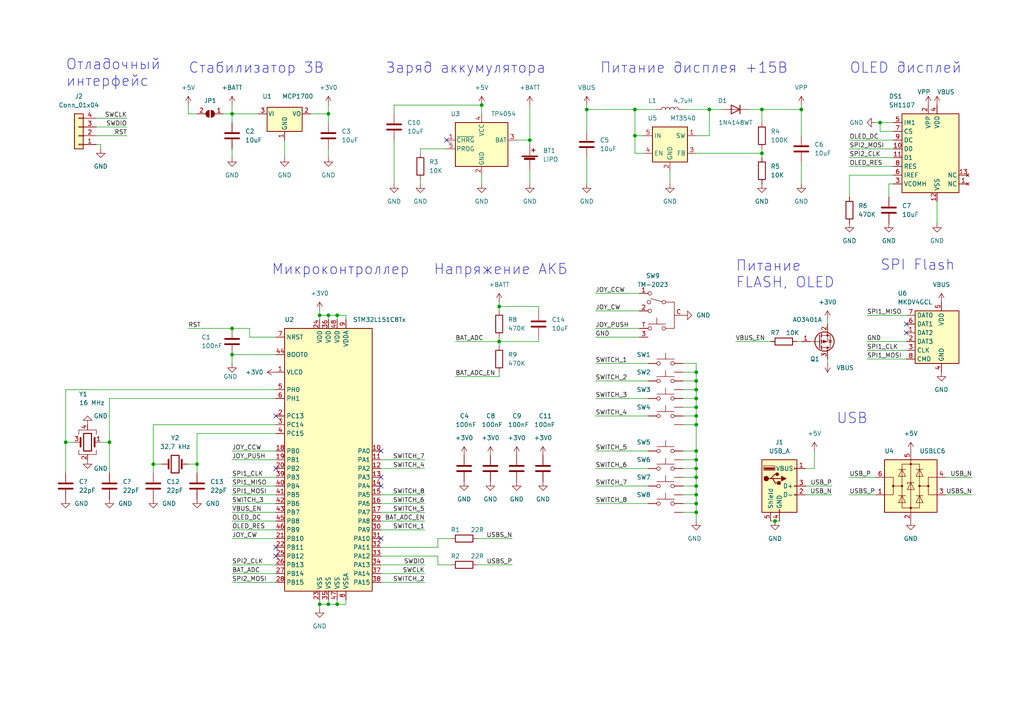
<source format=kicad_sch>
(kicad_sch (version 20211123) (generator eeschema)
  (paper "A4")
  (lib_symbols
    (symbol "Battery_Management:LTC4054ES5-4.2" (pin_names (offset 0.254))
      (property "Reference" "U" (at -5.842 6.604 0))
      (property "Value" "LTC4054ES5-4.2" (at 1.524 6.604 0))
      (symbol "LTC4054ES5-4.2_1_1"
        (pin open_collector line (at -10.16 0 0) (length 2.54) (name "~{CHRG}") (number "1"))
        (pin power_in line (at 0 -10.16 90) (length 2.54) (name "GND") (number "2"))
        (pin power_out line (at 10.16 0 180) (length 2.54) (name "BAT") (number "3"))
        (pin power_in line (at 0 7.62 270) (length 2.54) (name "VCC") (number "4"))
        (pin bidirectional line (at -10.16 -2.54 0) (length 2.54) (name "PROG") (number "5"))
      )
    )
    (symbol "Connector:USB_A" (pin_names (offset 1.016))
      (property "Reference" "J" (at -5.08 11.43 0))
      (property "Value" "USB_A" (at -5.08 8.89 0))
      (symbol "USB_A_1_1"
        (pin power_in line (at 7.62 5.08 180) (length 2.54) (name "VBUS") (number "1"))
        (pin bidirectional line (at 7.62 -2.54 180) (length 2.54) (name "D-") (number "2"))
        (pin bidirectional line (at 7.62 0 180) (length 2.54) (name "D+") (number "3"))
        (pin power_in line (at 0 -10.16 90) (length 2.54) (name "GND") (number "4"))
        (pin passive line (at -2.54 -10.16 90) (length 2.54) (name "Shield") (number "5"))
      )
    )
    (symbol "Connector_Generic:Conn_01x04" (pin_names (offset 1.016) hide)
      (property "Reference" "J" (at 0 5.08 0))
      (property "Value" "Conn_01x04" (at 0 -7.62 0))
      (symbol "Conn_01x04_1_1"
        (pin passive line (at -5.08 2.54 0) (length 3.81) (name "Pin_1") (number "1"))
        (pin passive line (at -5.08 0 0) (length 3.81) (name "Pin_2") (number "2"))
        (pin passive line (at -5.08 -2.54 0) (length 3.81) (name "Pin_3") (number "3"))
        (pin passive line (at -5.08 -5.08 0) (length 3.81) (name "Pin_4") (number "4"))
      )
    )
    (symbol "Device:Battery_Cell" (pin_numbers hide) (pin_names (offset 0) hide)
      (property "Reference" "BT" (at 2.54 2.54 0))
      (property "Value" "Battery_Cell" (at 2.54 0 0))
      (symbol "Battery_Cell_1_1"
        (pin passive line (at 0 5.08 270) (length 2.54) (name "+") (number "1"))
        (pin passive line (at 0 -2.54 90) (length 2.54) (name "-") (number "2"))
      )
    )
    (symbol "Device:C" (pin_numbers hide) (pin_names (offset 0.254))
      (property "Reference" "C" (at 0.635 2.54 0))
      (property "Value" "C" (at 0.635 -2.54 0))
      (symbol "C_1_1"
        (pin passive line (at 0 3.81 270) (length 2.794) (name "~") (number "1"))
        (pin passive line (at 0 -3.81 90) (length 2.794) (name "~") (number "2"))
      )
    )
    (symbol "Device:Crystal" (pin_numbers hide) (pin_names (offset 1.016) hide)
      (property "Reference" "Y" (at 0 3.81 0))
      (property "Value" "Crystal" (at 0 -3.81 0))
      (symbol "Crystal_1_1"
        (pin passive line (at -3.81 0 0) (length 1.27) (name "1") (number "1"))
        (pin passive line (at 3.81 0 180) (length 1.27) (name "2") (number "2"))
      )
    )
    (symbol "Device:Crystal_GND24" (pin_names (offset 1.016) hide)
      (property "Reference" "Y" (at 3.175 5.08 0))
      (property "Value" "Crystal_GND24" (at 3.175 3.175 0))
      (symbol "Crystal_GND24_1_1"
        (pin passive line (at -3.81 0 0) (length 1.27) (name "1") (number "1"))
        (pin passive line (at 0 5.08 270) (length 1.27) (name "2") (number "2"))
        (pin passive line (at 3.81 0 180) (length 1.27) (name "3") (number "3"))
        (pin passive line (at 0 -5.08 90) (length 1.27) (name "4") (number "4"))
      )
    )
    (symbol "Device:L" (pin_numbers hide) (pin_names (offset 1.016) hide)
      (property "Reference" "L" (at -1.27 0 90))
      (property "Value" "L" (at 1.905 0 90))
      (symbol "L_1_1"
        (pin passive line (at 0 3.81 270) (length 1.27) (name "1") (number "1"))
        (pin passive line (at 0 -3.81 90) (length 1.27) (name "2") (number "2"))
      )
    )
    (symbol "Device:R" (pin_numbers hide) (pin_names (offset 0))
      (property "Reference" "R" (at 2.032 0 90))
      (property "Value" "R" (at 0 0 90))
      (symbol "R_1_1"
        (pin passive line (at 0 3.81 270) (length 1.27) (name "~") (number "1"))
        (pin passive line (at 0 -3.81 90) (length 1.27) (name "~") (number "2"))
      )
    )
    (symbol "Diode:1N4148WT" (pin_numbers hide) (pin_names (offset 1.016) hide)
      (property "Reference" "D" (at 0 2.54 0))
      (property "Value" "1N4148WT" (at 0 -2.54 0))
      (symbol "1N4148WT_1_1"
        (pin passive line (at -3.81 0 0) (length 2.54) (name "K") (number "1"))
        (pin passive line (at 3.81 0 180) (length 2.54) (name "A") (number "2"))
      )
    )
    (symbol "Display_Graphic:SH1107"
      (property "Reference" "DS" (at -2.54 2.54 0))
      (property "Value" "SH1107" (at 12.7 2.54 0))
      (symbol "SH1107_1_1"
        (pin no_connect line (at 15.24 -20.32 180) (length 2.54) (name "NC") (number "1"))
        (pin passive line (at -6.35 -10.16 0) (length 2.54) (name "D0") (number "10"))
        (pin passive line (at -6.35 -12.7 0) (length 2.54) (name "D1") (number "11"))
        (pin power_in line (at 6.35 -25.4 90) (length 2.54) (name "VSS") (number "12"))
        (pin no_connect line (at 15.24 -17.78 180) (length 2.54) (name "NC") (number "13"))
        (pin power_in line (at 3.81 2.54 270) (length 2.54) (name "VPP") (number "2"))
        (pin passive line (at -6.35 -20.32 0) (length 2.54) (name "VCOMH") (number "3"))
        (pin power_in line (at 6.35 2.54 270) (length 2.54) (name "VDD") (number "4"))
        (pin passive line (at -6.35 -2.54 0) (length 2.54) (name "IM1") (number "5"))
        (pin passive line (at -6.35 -17.78 0) (length 2.54) (name "IREF") (number "6"))
        (pin passive line (at -6.35 -5.08 0) (length 2.54) (name "CS") (number "7"))
        (pin passive line (at -6.35 -15.24 0) (length 2.54) (name "RES") (number "8"))
        (pin passive line (at -6.35 -7.62 0) (length 2.54) (name "DC") (number "9"))
      )
    )
    (symbol "Jumper:SolderJumper_2_Open" (pin_names (offset 0) hide)
      (property "Reference" "JP" (at 0 2.032 0))
      (property "Value" "SolderJumper_2_Open" (at 0 -2.54 0))
      (symbol "SolderJumper_2_Open_1_1"
        (pin passive line (at -3.81 0 0) (length 2.54) (name "A") (number "1"))
        (pin passive line (at 3.81 0 180) (length 2.54) (name "B") (number "2"))
      )
    )
    (symbol "MCU_ST_STM32L1:STM32L151C8Tx"
      (property "Reference" "U" (at -12.7 39.37 0))
      (property "Value" "STM32L151C8Tx" (at 7.62 39.37 0))
      (symbol "STM32L151C8Tx_1_1"
        (pin power_in line (at -15.24 25.4 0) (length 2.54) (name "VLCD") (number "1"))
        (pin bidirectional line (at 15.24 2.54 180) (length 2.54) (name "PA0") (number "10"))
        (pin bidirectional line (at 15.24 0 180) (length 2.54) (name "PA1") (number "11"))
        (pin bidirectional line (at 15.24 -2.54 180) (length 2.54) (name "PA2") (number "12"))
        (pin bidirectional line (at 15.24 -5.08 180) (length 2.54) (name "PA3") (number "13"))
        (pin bidirectional line (at 15.24 -7.62 180) (length 2.54) (name "PA4") (number "14"))
        (pin bidirectional line (at 15.24 -10.16 180) (length 2.54) (name "PA5") (number "15"))
        (pin bidirectional line (at 15.24 -12.7 180) (length 2.54) (name "PA6") (number "16"))
        (pin bidirectional line (at 15.24 -15.24 180) (length 2.54) (name "PA7") (number "17"))
        (pin bidirectional line (at -15.24 2.54 0) (length 2.54) (name "PB0") (number "18"))
        (pin bidirectional line (at -15.24 0 0) (length 2.54) (name "PB1") (number "19"))
        (pin bidirectional line (at -15.24 12.7 0) (length 2.54) (name "PC13") (number "2"))
        (pin bidirectional line (at -15.24 -2.54 0) (length 2.54) (name "PB2") (number "20"))
        (pin bidirectional line (at -15.24 -22.86 0) (length 2.54) (name "PB10") (number "21"))
        (pin bidirectional line (at -15.24 -25.4 0) (length 2.54) (name "PB11") (number "22"))
        (pin power_in line (at -2.54 -40.64 90) (length 2.54) (name "VSS") (number "23"))
        (pin power_in line (at -2.54 40.64 270) (length 2.54) (name "VDD") (number "24"))
        (pin bidirectional line (at -15.24 -27.94 0) (length 2.54) (name "PB12") (number "25"))
        (pin bidirectional line (at -15.24 -30.48 0) (length 2.54) (name "PB13") (number "26"))
        (pin bidirectional line (at -15.24 -33.02 0) (length 2.54) (name "PB14") (number "27"))
        (pin bidirectional line (at -15.24 -35.56 0) (length 2.54) (name "PB15") (number "28"))
        (pin bidirectional line (at 15.24 -17.78 180) (length 2.54) (name "PA8") (number "29"))
        (pin bidirectional line (at -15.24 10.16 0) (length 2.54) (name "PC14") (number "3"))
        (pin bidirectional line (at 15.24 -20.32 180) (length 2.54) (name "PA9") (number "30"))
        (pin bidirectional line (at 15.24 -22.86 180) (length 2.54) (name "PA10") (number "31"))
        (pin bidirectional line (at 15.24 -25.4 180) (length 2.54) (name "PA11") (number "32"))
        (pin bidirectional line (at 15.24 -27.94 180) (length 2.54) (name "PA12") (number "33"))
        (pin bidirectional line (at 15.24 -30.48 180) (length 2.54) (name "PA13") (number "34"))
        (pin power_in line (at 0 -40.64 90) (length 2.54) (name "VSS") (number "35"))
        (pin power_in line (at 0 40.64 270) (length 2.54) (name "VDD") (number "36"))
        (pin bidirectional line (at 15.24 -33.02 180) (length 2.54) (name "PA14") (number "37"))
        (pin bidirectional line (at 15.24 -35.56 180) (length 2.54) (name "PA15") (number "38"))
        (pin bidirectional line (at -15.24 -5.08 0) (length 2.54) (name "PB3") (number "39"))
        (pin bidirectional line (at -15.24 7.62 0) (length 2.54) (name "PC15") (number "4"))
        (pin bidirectional line (at -15.24 -7.62 0) (length 2.54) (name "PB4") (number "40"))
        (pin bidirectional line (at -15.24 -10.16 0) (length 2.54) (name "PB5") (number "41"))
        (pin bidirectional line (at -15.24 -12.7 0) (length 2.54) (name "PB6") (number "42"))
        (pin bidirectional line (at -15.24 -15.24 0) (length 2.54) (name "PB7") (number "43"))
        (pin input line (at -15.24 30.48 0) (length 2.54) (name "BOOT0") (number "44"))
        (pin bidirectional line (at -15.24 -17.78 0) (length 2.54) (name "PB8") (number "45"))
        (pin bidirectional line (at -15.24 -20.32 0) (length 2.54) (name "PB9") (number "46"))
        (pin power_in line (at 2.54 -40.64 90) (length 2.54) (name "VSS") (number "47"))
        (pin power_in line (at 2.54 40.64 270) (length 2.54) (name "VDD") (number "48"))
        (pin input line (at -15.24 20.32 0) (length 2.54) (name "PH0") (number "5"))
        (pin input line (at -15.24 17.78 0) (length 2.54) (name "PH1") (number "6"))
        (pin input line (at -15.24 35.56 0) (length 2.54) (name "NRST") (number "7"))
        (pin power_in line (at 5.08 -40.64 90) (length 2.54) (name "VSSA") (number "8"))
        (pin power_in line (at 5.08 40.64 270) (length 2.54) (name "VDDA") (number "9"))
      )
    )
    (symbol "Memory_Flash:MKDVXGCL"
      (property "Reference" "U" (at -7.62 2.54 0))
      (property "Value" "MKDVXGCL" (at 6.35 2.54 0))
      (symbol "MKDVXGCL_1_1"
        (pin bidirectional line (at -10.16 -6.35 0) (length 2.54) (name "DAT2") (number "1"))
        (pin bidirectional line (at -10.16 -8.89 0) (length 2.54) (name "DAT3") (number "2"))
        (pin bidirectional line (at -10.16 -11.43 0) (length 2.54) (name "CLK") (number "3"))
        (pin power_in line (at 0 -17.78 90) (length 2.54) (name "GND") (number "4"))
        (pin power_in line (at 0 2.54 270) (length 2.54) (name "VDD") (number "5"))
        (pin bidirectional line (at -10.16 -3.81 0) (length 2.54) (name "DAT1") (number "6"))
        (pin bidirectional line (at -10.16 -1.27 0) (length 2.54) (name "DAT0") (number "7"))
        (pin bidirectional line (at -10.16 -13.97 0) (length 2.54) (name "CMD") (number "8"))
      )
    )
    (symbol "Power_Protection:USBLC6-2SC6" (pin_names hide)
      (property "Reference" "U" (at 2.54 8.89 0))
      (property "Value" "USBLC6-2SC6" (at 2.54 -8.89 0))
      (symbol "USBLC6-2SC6_1_1"
        (pin passive line (at -10.16 -2.54 0) (length 2.54) (name "I/O1") (number "1"))
        (pin passive line (at 0 -10.16 90) (length 2.54) (name "GND") (number "2"))
        (pin passive line (at 10.16 -2.54 180) (length 2.54) (name "I/O2") (number "3"))
        (pin passive line (at 10.16 2.54 180) (length 2.54) (name "I/O2") (number "4"))
        (pin passive line (at 0 10.16 270) (length 2.54) (name "VBUS") (number "5"))
        (pin passive line (at -10.16 2.54 0) (length 2.54) (name "I/O1") (number "6"))
      )
    )
    (symbol "Regulator_Linear:MCP1700-3002E_SOT23" (pin_names (offset 0.254))
      (property "Reference" "U" (at -3.81 3.175 0))
      (property "Value" "MCP1700-3002E_SOT23" (at 0 3.175 0))
      (symbol "MCP1700-3002E_SOT23_1_1"
        (pin power_in line (at 0 -7.62 90) (length 2.54) (name "GND") (number "1"))
        (pin power_out line (at 7.62 0 180) (length 2.54) (name "VO") (number "2"))
        (pin power_in line (at -7.62 0 0) (length 2.54) (name "VI") (number "3"))
      )
    )
    (symbol "Regulator_Switching:MT3540"
      (property "Reference" "U" (at -5.08 6.35 0))
      (property "Value" "MT3540" (at 0 6.35 0))
      (symbol "MT3540_1_1"
        (pin passive line (at 7.62 2.54 180) (length 2.54) (name "SW") (number "1"))
        (pin power_in line (at 0 -7.62 90) (length 2.54) (name "GND") (number "2"))
        (pin input line (at 7.62 -2.54 180) (length 2.54) (name "FB") (number "3"))
        (pin input line (at -7.62 -2.54 0) (length 2.54) (name "EN") (number "4"))
        (pin power_in line (at -7.62 2.54 0) (length 2.54) (name "IN") (number "5"))
        (pin no_connect line (at 5.08 0 180) (length 2.54) hide (name "NC") (number "6"))
      )
    )
    (symbol "Switch:SW_Push_with_GND" (pin_numbers hide) (pin_names (offset 1.016) hide)
      (property "Reference" "SW" (at 1.27 2.54 0))
      (property "Value" "SW_Push_with_GND" (at 0 -5.08 0))
      (symbol "SW_Push_with_GND_0_1"
        (pin passive line (at -5.08 0 0) (length 2.54) (name "1") (number "1"))
        (pin passive line (at 5.08 0 180) (length 2.54) (name "2") (number "2"))
        (pin passive line (at 5.08 -2.54 180) (length 2.54) (name "3") (number "3"))
      )
    )
    (symbol "Switch:TM-2023"
      (property "Reference" "SW9" (at 1.143 7.62 0))
      (property "Value" "TM-2023" (at 1.143 5.08 0))
      (symbol "TM-2023_0_1"
        (pin passive line (at 5.08 -10.16 180) (length 2.54) (name "") (number "3"))
        (pin passive line (at 5.08 -7.62 180) (length 2.54) (name "") (number "T"))
      )
      (symbol "TM-2023_1_1"
        (pin passive line (at 5.08 2.54 180) (length 2.54) (name "") (number "1"))
        (pin passive line (at 5.08 -2.54 180) (length 2.54) (name "") (number "2"))
        (pin passive line (at -7.62 -3.81 0) (length 2.54) (name "") (number "C"))
      )
    )
    (symbol "Transistor_FET:AO3401A" (pin_names hide)
      (property "Reference" "Q" (at 5.08 1.905 0))
      (property "Value" "AO3401A" (at 5.08 0 0))
      (symbol "AO3401A_1_1"
        (pin input line (at -5.08 0 0) (length 2.54) (name "G") (number "1"))
        (pin passive line (at 2.54 -5.08 90) (length 2.54) (name "S") (number "2"))
        (pin passive line (at 2.54 5.08 270) (length 2.54) (name "D") (number "3"))
      )
    )
    (symbol "power:+3V0" (power) (pin_names (offset 0))
      (property "Value" "+3V0" (at 0 3.556 0))
      (symbol "+3V0_1_1"
        (pin power_in line (at 0 0 90) (length 0) hide (name "+3V0") (number "1"))
      )
    )
    (symbol "power:+5V" (power) (pin_names (offset 0))
      (property "Value" "+5V" (at 0 3.556 0))
      (symbol "+5V_1_1"
        (pin power_in line (at 0 0 90) (length 0) hide (name "+5V") (number "1"))
      )
    )
    (symbol "power:+BATT" (power) (pin_names (offset 0))
      (property "Value" "+BATT" (at 0 3.556 0))
      (symbol "+BATT_1_1"
        (pin power_in line (at 0 0 90) (length 0) hide (name "+BATT") (number "1"))
      )
    )
    (symbol "power:GND" (power) (pin_names (offset 0))
      (property "Value" "GND" (at 0 -3.81 0))
      (symbol "GND_1_1"
        (pin power_in line (at 0 0 270) (length 0) hide (name "GND") (number "1"))
      )
    )
    (symbol "power:VBUS" (power) (pin_names (offset 0))
      (property "Value" "VBUS" (at 0 3.81 0))
      (symbol "VBUS_1_1"
        (pin power_in line (at 0 0 90) (length 0) hide (name "VBUS") (number "1"))
      )
    )
    (symbol "power:VPP" (power) (pin_names (offset 0))
      (property "Value" "VPP" (at 0 3.81 0))
      (symbol "VPP_1_1"
        (pin power_in line (at 0 0 90) (length 0) hide (name "VPP") (number "1"))
      )
    )
  )
  (junction (at 95.25 91.44))
  (junction (at 201.93 130.81))
  (junction (at 201.93 138.43))
  (junction (at 201.93 118.11))
  (junction (at 139.7 30.48))
  (junction (at 201.93 135.89))
  (junction (at 67.31 95.25))
  (junction (at 184.15 39.37))
  (junction (at 224.79 151.13))
  (junction (at 201.93 143.51))
  (junction (at 201.93 133.35))
  (junction (at 97.79 175.26))
  (junction (at 184.15 31.75))
  (junction (at 67.31 33.02))
  (junction (at 95.25 175.26))
  (junction (at 205.74 31.75))
  (junction (at 144.78 99.06))
  (junction (at 201.93 123.19))
  (junction (at 201.93 146.05))
  (junction (at 144.78 88.9))
  (junction (at 220.98 44.45))
  (junction (at 201.93 110.49))
  (junction (at 201.93 120.65))
  (junction (at 92.71 91.44))
  (junction (at 201.93 107.95))
  (junction (at 95.25 33.02))
  (junction (at 57.15 134.62))
  (junction (at 201.93 140.97))
  (junction (at 19.05 128.27))
  (junction (at 255.27 35.56))
  (junction (at 92.71 175.26))
  (junction (at 153.67 40.64))
  (junction (at 232.41 31.75))
  (junction (at 31.75 128.27))
  (junction (at 67.31 102.87))
  (junction (at 201.93 115.57))
  (junction (at 44.45 134.62))
  (junction (at 97.79 91.44))
  (junction (at 220.98 31.75))
  (junction (at 201.93 113.03))
  (junction (at 170.18 31.75))
  (junction (at 201.93 148.59))
  (no_connect (at 80.01 120.65))
  (no_connect (at 110.49 156.21))
  (no_connect (at 80.01 161.29))
  (no_connect (at 80.01 135.89))
  (no_connect (at 110.49 130.81))
  (no_connect (at 110.49 138.43))
  (no_connect (at 262.89 96.52))
  (no_connect (at 129.54 40.64))
  (no_connect (at 262.89 93.98))
  (no_connect (at 110.49 140.97))
  (no_connect (at 80.01 158.75))
  (wire (pts (xy 246.38 143.51) (xy 254 143.51)))
  (wire (pts (xy 21.59 128.27) (xy 19.05 128.27)))
  (wire (pts (xy 95.25 175.26) (xy 92.71 175.26)))
  (wire (pts (xy 186.69 44.45) (xy 184.15 44.45)))
  (wire (pts (xy 31.75 128.27) (xy 31.75 137.16)))
  (wire (pts (xy 110.49 143.51) (xy 123.19 143.51)))
  (wire (pts (xy 57.15 137.16) (xy 57.15 134.62)))
  (wire (pts (xy 201.93 118.11) (xy 201.93 120.65)))
  (wire (pts (xy 170.18 31.75) (xy 170.18 38.1)))
  (wire (pts (xy 198.12 140.97) (xy 201.93 140.97)))
  (wire (pts (xy 19.05 113.03) (xy 19.05 128.27)))
  (wire (pts (xy 27.94 34.29) (xy 36.83 34.29)))
  (wire (pts (xy 31.75 115.57) (xy 31.75 128.27)))
  (wire (pts (xy 80.01 97.79) (xy 72.39 97.79)))
  (wire (pts (xy 246.38 45.72) (xy 259.08 45.72)))
  (wire (pts (xy 201.93 107.95) (xy 201.93 110.49)))
  (wire (pts (xy 201.93 105.41) (xy 201.93 107.95)))
  (wire (pts (xy 259.08 38.1) (xy 255.27 38.1)))
  (wire (pts (xy 54.61 134.62) (xy 57.15 134.62)))
  (wire (pts (xy 92.71 91.44) (xy 92.71 92.71)))
  (wire (pts (xy 138.43 156.21) (xy 148.59 156.21)))
  (wire (pts (xy 114.3 40.64) (xy 114.3 53.34)))
  (wire (pts (xy 95.25 92.71) (xy 95.25 91.44)))
  (wire (pts (xy 67.31 95.25) (xy 72.39 95.25)))
  (wire (pts (xy 198.12 113.03) (xy 201.93 113.03)))
  (wire (pts (xy 220.98 44.45) (xy 220.98 45.72)))
  (wire (pts (xy 198.12 143.51) (xy 201.93 143.51)))
  (wire (pts (xy 170.18 30.48) (xy 170.18 31.75)))
  (wire (pts (xy 54.61 30.48) (xy 54.61 33.02)))
  (wire (pts (xy 19.05 128.27) (xy 19.05 137.16)))
  (wire (pts (xy 44.45 123.19) (xy 80.01 123.19)))
  (wire (pts (xy 198.12 148.59) (xy 201.93 148.59)))
  (wire (pts (xy 246.38 138.43) (xy 254 138.43)))
  (wire (pts (xy 156.21 88.9) (xy 144.78 88.9)))
  (wire (pts (xy 110.49 168.91) (xy 123.19 168.91)))
  (wire (pts (xy 233.68 135.89) (xy 236.22 135.89)))
  (wire (pts (xy 57.15 125.73) (xy 80.01 125.73)))
  (wire (pts (xy 29.21 41.91) (xy 29.21 43.18)))
  (wire (pts (xy 67.31 102.87) (xy 80.01 102.87)))
  (wire (pts (xy 156.21 97.79) (xy 156.21 99.06)))
  (wire (pts (xy 123.19 151.13) (xy 110.49 151.13)))
  (wire (pts (xy 231.14 99.06) (xy 232.41 99.06)))
  (wire (pts (xy 67.31 151.13) (xy 80.01 151.13)))
  (wire (pts (xy 170.18 31.75) (xy 184.15 31.75)))
  (wire (pts (xy 172.72 130.81) (xy 187.96 130.81)))
  (wire (pts (xy 139.7 30.48) (xy 139.7 33.02)))
  (wire (pts (xy 246.38 40.64) (xy 259.08 40.64)))
  (wire (pts (xy 201.93 135.89) (xy 201.93 138.43)))
  (wire (pts (xy 271.78 58.42) (xy 271.78 64.77)))
  (wire (pts (xy 95.25 91.44) (xy 97.79 91.44)))
  (wire (pts (xy 67.31 146.05) (xy 80.01 146.05)))
  (wire (pts (xy 172.72 110.49) (xy 187.96 110.49)))
  (wire (pts (xy 67.31 163.83) (xy 80.01 163.83)))
  (wire (pts (xy 251.46 99.06) (xy 262.89 99.06)))
  (wire (pts (xy 67.31 168.91) (xy 80.01 168.91)))
  (wire (pts (xy 97.79 173.99) (xy 97.79 175.26)))
  (wire (pts (xy 57.15 134.62) (xy 57.15 125.73)))
  (wire (pts (xy 67.31 45.72) (xy 67.31 43.18)))
  (wire (pts (xy 67.31 148.59) (xy 80.01 148.59)))
  (wire (pts (xy 274.32 143.51) (xy 281.94 143.51)))
  (wire (pts (xy 110.49 135.89) (xy 123.19 135.89)))
  (wire (pts (xy 97.79 91.44) (xy 97.79 92.71)))
  (wire (pts (xy 110.49 166.37) (xy 123.19 166.37)))
  (wire (pts (xy 67.31 33.02) (xy 74.93 33.02)))
  (wire (pts (xy 95.25 33.02) (xy 95.25 35.56)))
  (wire (pts (xy 201.93 143.51) (xy 201.93 146.05)))
  (wire (pts (xy 198.12 105.41) (xy 201.93 105.41)))
  (wire (pts (xy 110.49 133.35) (xy 123.19 133.35)))
  (wire (pts (xy 132.08 109.22) (xy 144.78 109.22)))
  (wire (pts (xy 198.12 120.65) (xy 201.93 120.65)))
  (wire (pts (xy 139.7 53.34) (xy 139.7 50.8)))
  (wire (pts (xy 201.93 130.81) (xy 201.93 133.35)))
  (wire (pts (xy 259.08 35.56) (xy 255.27 35.56)))
  (wire (pts (xy 149.86 40.64) (xy 153.67 40.64)))
  (wire (pts (xy 172.72 95.25) (xy 185.42 95.25)))
  (wire (pts (xy 92.71 176.53) (xy 92.71 175.26)))
  (wire (pts (xy 92.71 91.44) (xy 95.25 91.44)))
  (wire (pts (xy 201.93 120.65) (xy 201.93 123.19)))
  (wire (pts (xy 172.72 97.79) (xy 185.42 97.79)))
  (wire (pts (xy 172.72 115.57) (xy 187.96 115.57)))
  (wire (pts (xy 201.93 140.97) (xy 201.93 143.51)))
  (wire (pts (xy 100.33 91.44) (xy 97.79 91.44)))
  (wire (pts (xy 27.94 39.37) (xy 36.83 39.37)))
  (wire (pts (xy 274.32 138.43) (xy 281.94 138.43)))
  (wire (pts (xy 64.77 33.02) (xy 67.31 33.02)))
  (wire (pts (xy 240.03 92.71) (xy 240.03 93.98)))
  (wire (pts (xy 144.78 99.06) (xy 144.78 100.33)))
  (wire (pts (xy 153.67 30.48) (xy 153.67 40.64)))
  (wire (pts (xy 184.15 44.45) (xy 184.15 39.37)))
  (wire (pts (xy 255.27 35.56) (xy 254 35.56)))
  (wire (pts (xy 201.93 146.05) (xy 201.93 148.59)))
  (wire (pts (xy 153.67 40.64) (xy 153.67 41.91)))
  (wire (pts (xy 67.31 166.37) (xy 80.01 166.37)))
  (wire (pts (xy 201.93 133.35) (xy 201.93 135.89)))
  (wire (pts (xy 184.15 39.37) (xy 186.69 39.37)))
  (wire (pts (xy 259.08 50.8) (xy 246.38 50.8)))
  (wire (pts (xy 257.81 53.34) (xy 257.81 57.15)))
  (wire (pts (xy 144.78 97.79) (xy 144.78 99.06)))
  (wire (pts (xy 114.3 30.48) (xy 139.7 30.48)))
  (wire (pts (xy 127 163.83) (xy 130.81 163.83)))
  (wire (pts (xy 170.18 45.72) (xy 170.18 53.34)))
  (wire (pts (xy 138.43 163.83) (xy 148.59 163.83)))
  (wire (pts (xy 144.78 107.95) (xy 144.78 109.22)))
  (wire (pts (xy 67.31 130.81) (xy 80.01 130.81)))
  (wire (pts (xy 198.12 110.49) (xy 201.93 110.49)))
  (wire (pts (xy 97.79 175.26) (xy 95.25 175.26)))
  (wire (pts (xy 67.31 143.51) (xy 80.01 143.51)))
  (wire (pts (xy 246.38 43.18) (xy 259.08 43.18)))
  (wire (pts (xy 198.12 118.11) (xy 201.93 118.11)))
  (wire (pts (xy 100.33 173.99) (xy 100.33 175.26)))
  (wire (pts (xy 172.72 85.09) (xy 185.42 85.09)))
  (wire (pts (xy 220.98 31.75) (xy 232.41 31.75)))
  (wire (pts (xy 198.12 146.05) (xy 201.93 146.05)))
  (wire (pts (xy 144.78 87.63) (xy 144.78 88.9)))
  (wire (pts (xy 31.75 115.57) (xy 80.01 115.57)))
  (wire (pts (xy 220.98 31.75) (xy 220.98 35.56)))
  (wire (pts (xy 172.72 90.17) (xy 185.42 90.17)))
  (wire (pts (xy 184.15 31.75) (xy 184.15 39.37)))
  (wire (pts (xy 251.46 101.6) (xy 262.89 101.6)))
  (wire (pts (xy 172.72 135.89) (xy 187.96 135.89)))
  (wire (pts (xy 67.31 30.48) (xy 67.31 33.02)))
  (wire (pts (xy 198.12 107.95) (xy 201.93 107.95)))
  (wire (pts (xy 72.39 97.79) (xy 72.39 95.25)))
  (wire (pts (xy 144.78 88.9) (xy 144.78 90.17)))
  (wire (pts (xy 44.45 134.62) (xy 44.45 123.19)))
  (wire (pts (xy 232.41 46.99) (xy 232.41 53.34)))
  (wire (pts (xy 223.52 151.13) (xy 224.79 151.13)))
  (wire (pts (xy 67.31 102.87) (xy 67.31 105.41)))
  (wire (pts (xy 123.19 148.59) (xy 110.49 148.59)))
  (wire (pts (xy 201.93 138.43) (xy 201.93 140.97)))
  (wire (pts (xy 82.55 40.64) (xy 82.55 45.72)))
  (wire (pts (xy 224.79 151.13) (xy 226.06 151.13)))
  (wire (pts (xy 220.98 43.18) (xy 220.98 44.45)))
  (wire (pts (xy 232.41 30.48) (xy 232.41 31.75)))
  (wire (pts (xy 54.61 95.25) (xy 67.31 95.25)))
  (wire (pts (xy 121.92 43.18) (xy 121.92 44.45)))
  (wire (pts (xy 198.12 138.43) (xy 201.93 138.43)))
  (wire (pts (xy 172.72 120.65) (xy 187.96 120.65)))
  (wire (pts (xy 198.12 130.81) (xy 201.93 130.81)))
  (wire (pts (xy 95.25 45.72) (xy 95.25 43.18)))
  (wire (pts (xy 67.31 138.43) (xy 80.01 138.43)))
  (wire (pts (xy 95.25 173.99) (xy 95.25 175.26)))
  (wire (pts (xy 205.74 31.75) (xy 209.55 31.75)))
  (wire (pts (xy 246.38 48.26) (xy 259.08 48.26)))
  (wire (pts (xy 67.31 133.35) (xy 80.01 133.35)))
  (wire (pts (xy 156.21 99.06) (xy 144.78 99.06)))
  (wire (pts (xy 233.68 143.51) (xy 241.3 143.51)))
  (wire (pts (xy 100.33 92.71) (xy 100.33 91.44)))
  (wire (pts (xy 240.03 105.41) (xy 240.03 104.14)))
  (wire (pts (xy 201.93 148.59) (xy 201.93 151.13)))
  (wire (pts (xy 156.21 90.17) (xy 156.21 88.9)))
  (wire (pts (xy 114.3 33.02) (xy 114.3 30.48)))
  (wire (pts (xy 95.25 30.48) (xy 95.25 33.02)))
  (wire (pts (xy 92.71 90.17) (xy 92.71 91.44)))
  (wire (pts (xy 127 158.75) (xy 110.49 158.75)))
  (wire (pts (xy 44.45 134.62) (xy 46.99 134.62)))
  (wire (pts (xy 127 156.21) (xy 127 158.75)))
  (wire (pts (xy 246.38 50.8) (xy 246.38 57.15)))
  (wire (pts (xy 19.05 113.03) (xy 80.01 113.03)))
  (wire (pts (xy 251.46 91.44) (xy 262.89 91.44)))
  (wire (pts (xy 201.93 113.03) (xy 201.93 115.57)))
  (wire (pts (xy 27.94 41.91) (xy 29.21 41.91)))
  (wire (pts (xy 201.93 44.45) (xy 220.98 44.45)))
  (wire (pts (xy 110.49 161.29) (xy 127 161.29)))
  (wire (pts (xy 123.19 153.67) (xy 110.49 153.67)))
  (wire (pts (xy 130.81 156.21) (xy 127 156.21)))
  (wire (pts (xy 198.12 123.19) (xy 201.93 123.19)))
  (wire (pts (xy 190.5 31.75) (xy 184.15 31.75)))
  (wire (pts (xy 201.93 39.37) (xy 205.74 39.37)))
  (wire (pts (xy 172.72 105.41) (xy 187.96 105.41)))
  (wire (pts (xy 153.67 49.53) (xy 153.67 53.34)))
  (wire (pts (xy 110.49 163.83) (xy 123.19 163.83)))
  (wire (pts (xy 201.93 110.49) (xy 201.93 113.03)))
  (wire (pts (xy 194.31 53.34) (xy 194.31 49.53)))
  (wire (pts (xy 201.93 123.19) (xy 201.93 130.81)))
  (wire (pts (xy 172.72 146.05) (xy 187.96 146.05)))
  (wire (pts (xy 67.31 156.21) (xy 80.01 156.21)))
  (wire (pts (xy 213.36 99.06) (xy 223.52 99.06)))
  (wire (pts (xy 90.17 33.02) (xy 95.25 33.02)))
  (wire (pts (xy 29.21 128.27) (xy 31.75 128.27)))
  (wire (pts (xy 92.71 175.26) (xy 92.71 173.99)))
  (wire (pts (xy 205.74 39.37) (xy 205.74 31.75)))
  (wire (pts (xy 127 161.29) (xy 127 163.83)))
  (wire (pts (xy 198.12 133.35) (xy 201.93 133.35)))
  (wire (pts (xy 236.22 135.89) (xy 236.22 130.81)))
  (wire (pts (xy 100.33 175.26) (xy 97.79 175.26)))
  (wire (pts (xy 198.12 115.57) (xy 201.93 115.57)))
  (wire (pts (xy 27.94 36.83) (xy 36.83 36.83)))
  (wire (pts (xy 54.61 33.02) (xy 57.15 33.02)))
  (wire (pts (xy 44.45 137.16) (xy 44.45 134.62)))
  (wire (pts (xy 67.31 35.56) (xy 67.31 33.02)))
  (wire (pts (xy 67.31 153.67) (xy 80.01 153.67)))
  (wire (pts (xy 251.46 104.14) (xy 262.89 104.14)))
  (wire (pts (xy 233.68 140.97) (xy 241.3 140.97)))
  (wire (pts (xy 172.72 140.97) (xy 187.96 140.97)))
  (wire (pts (xy 217.17 31.75) (xy 220.98 31.75)))
  (wire (pts (xy 201.93 115.57) (xy 201.93 118.11)))
  (wire (pts (xy 121.92 52.07) (xy 121.92 53.34)))
  (wire (pts (xy 205.74 31.75) (xy 198.12 31.75)))
  (wire (pts (xy 232.41 31.75) (xy 232.41 39.37)))
  (wire (pts (xy 129.54 43.18) (xy 121.92 43.18)))
  (wire (pts (xy 259.08 53.34) (xy 257.81 53.34)))
  (wire (pts (xy 198.12 135.89) (xy 201.93 135.89)))
  (wire (pts (xy 123.19 146.05) (xy 110.49 146.05)))
  (wire (pts (xy 67.31 140.97) (xy 80.01 140.97)))
  (wire (pts (xy 132.08 99.06) (xy 144.78 99.06)))
  (wire (pts (xy 255.27 38.1) (xy 255.27 35.56)))
  (text "Питание \nFLASH, OLED" (at 213.36 83.82 0) (effects (font (size 3 3)) (justify left bottom)))
  (text "Напряжение АКБ" (at 125.73 80.01 0) (effects (font (size 3 3)) (justify left bottom)))
  (text "Отладочный \nинтерфейс" (at 19.05 25.4 0) (effects (font (size 3 3)) (justify left bottom)))
  (text "OLED дисплей" (at 246.38 21.59 0) (effects (font (size 3 3)) (justify left bottom)))
  (text "Стабилизатор 3В" (at 54.61 21.59 0) (effects (font (size 3 3)) (justify left bottom)))
  (text "Микроконтроллер" (at 78.74 80.01 0) (effects (font (size 3 3)) (justify left bottom)))
  (text "SPI Flash" (at 255.27 78.74 0) (effects (font (size 3 3)) (justify left bottom)))
  (text "Питание дисплея +15В" (at 173.99 21.59 0) (effects (font (size 3 3)) (justify left bottom)))
  (text "Заряд аккумулятора\n" (at 111.76 21.59 0) (effects (font (size 3 3)) (justify left bottom)))
  (text "USB" (at 242.57 123.19 0) (effects (font (size 3 3)) (justify left bottom)))
  (label "SPI1_CLK" (at 251.46 101.6 0))
  (label "SWITCH_1" (at 172.72 105.41 0))
  (label "SWDIO" (at 36.83 36.83 180))
  (label "USBS_P" (at 148.59 163.83 180))
  (label "VBUS_EN" (at 67.31 148.59 0))
  (label "JOY_CCW" (at 67.31 130.81 0))
  (label "SWCLK" (at 36.83 34.29 180))
  (label "SWITCH_3" (at 67.31 146.05 0))
  (label "SPI1_MOSI" (at 67.31 143.51 0))
  (label "JOY_PUSH" (at 172.72 95.25 0))
  (label "SPI1_CLK" (at 67.31 138.43 0))
  (label "SWITCH_2" (at 172.72 110.49 0))
  (label "SWITCH_4" (at 123.19 135.89 180))
  (label "GND" (at 172.72 97.79 0))
  (label "JOY_PUSH" (at 67.31 133.35 0))
  (label "USBS_P" (at 246.38 143.51 0))
  (label "SWITCH_1" (at 123.19 153.67 180))
  (label "USB_N" (at 241.3 143.51 180))
  (label "SWITCH_3" (at 172.72 115.57 0))
  (label "SWITCH_7" (at 172.72 140.97 0))
  (label "SWITCH_5" (at 123.19 148.59 180))
  (label "GND" (at 251.46 99.06 0))
  (label "SWITCH_4" (at 172.72 120.65 0))
  (label "OLED_RES" (at 67.31 153.67 0))
  (label "VBUS_EN" (at 213.36 99.06 0))
  (label "BAT_ADC" (at 67.31 166.37 0))
  (label "JOY_CW" (at 172.72 90.17 0))
  (label "SWITCH_6" (at 123.19 146.05 180))
  (label "SWITCH_8" (at 123.19 143.51 180))
  (label "SPI1_MOSI" (at 251.46 104.14 0))
  (label "SPI1_MISO" (at 251.46 91.44 0))
  (label "SPI2_MOSI" (at 67.31 168.91 0))
  (label "OLED_DC" (at 246.38 40.64 0))
  (label "USB_P" (at 246.38 138.43 0))
  (label "SWITCH_6" (at 172.72 135.89 0))
  (label "SWITCH_2" (at 123.19 168.91 180))
  (label "SWITCH_8" (at 172.72 146.05 0))
  (label "RST" (at 36.83 39.37 180))
  (label "SPI2_CLK" (at 246.38 45.72 0))
  (label "USB_P" (at 241.3 140.97 180))
  (label "USB_N" (at 281.94 138.43 180))
  (label "SPI2_CLK" (at 67.31 163.83 0))
  (label "SWCLK" (at 123.19 166.37 180))
  (label "USBS_N" (at 281.94 143.51 180))
  (label "SPI2_MOSI" (at 246.38 43.18 0))
  (label "SWDIO" (at 123.19 163.83 180))
  (label "SWITCH_5" (at 172.72 130.81 0))
  (label "RST" (at 54.61 95.25 0))
  (label "BAT_ADC" (at 132.08 99.06 0))
  (label "OLED_DC" (at 67.31 151.13 0))
  (label "USBS_N" (at 148.59 156.21 180))
  (label "SWITCH_7" (at 123.19 133.35 180))
  (label "BAT_ADC_EN" (at 123.19 151.13 180))
  (label "BAT_ADC_EN" (at 132.08 109.22 0))
  (label "JOY_CCW" (at 172.72 85.09 0))
  (label "OLED_RES" (at 246.38 48.26 0))
  (label "SPI1_MISO" (at 67.31 140.97 0))
  (label "JOY_CW" (at 67.31 156.21 0))
  (symbol (lib_id "Switch:SW_Push_with_GND") (at 193.04 110.49 0) (unit 1)
    (property "Reference" "SW2" (at 186.69 107.95 0))
    (property "Value" "SW_Push_with_GND" (effects hide))
    (property "Footprint" "Button_Switch_SMD:1TS002G26003500CT" (effects hide))
  )
  (symbol (lib_id "power:+5V") (at 236.22 130.81 0) (unit 1)
    (property "Reference" "#PWR0107" (effects hide))
    (property "Value" "+5V" (at 236.22 125.73 0))
  )
  (symbol (lib_id "power:GND") (at 201.93 151.13 0) (unit 1)
    (property "Reference" "#PWR0101" (effects hide))
    (property "Value" "GND" (at 199.39 156.21 0) (effects (justify left)))
  )
  (symbol (lib_id "Device:R") (at 134.62 163.83 90) (unit 1)
    (property "Reference" "R2" (at 132.08 161.29 90))
    (property "Value" "22R" (at 138.43 161.29 90))
    (property "Footprint" "Resistor_SMD:R_0603_1608Metric" (effects hide))
  )
  (symbol (lib_id "MCU_ST_STM32L1:STM32L151C8Tx") (at 95.25 133.35 0) (unit 1)
    (property "Reference" "U2" (at 82.55 92.71 0) (effects (justify left)))
    (property "Value" "STM32L151C8Tx" (at 102.3494 92.71 0) (effects (justify left)))
    (property "Footprint" "Package_QFP:LQFP-48_7x7mm_P0.5mm" (effects hide))
    (property "Datasheet" "http://www.st.com/st-web-ui/static/active/en/resource/technical/document/datasheet/CD00277537.pdf" (effects hide))
  )
  (symbol (lib_id "power:GND") (at 29.21 43.18 0) (unit 1)
    (property "Reference" "#PWR0103" (effects hide))
    (property "Value" "GND" (at 29.21 48.26 0))
  )
  (symbol (lib_id "power:VBUS") (at 170.18 30.48 0) (unit 1)
    (property "Reference" "#PWR0125" (effects hide))
    (property "Value" "VBUS" (at 170.18 25.4 0))
  )
  (symbol (lib_id "Switch:SW_Push_with_GND") (at 193.04 130.81 0) (unit 1)
    (property "Reference" "SW5" (at 186.69 128.27 0))
    (property "Value" "SW_Push_with_GND" (effects hide))
    (property "Footprint" "Button_Switch_SMD:1TS002G26003500CT" (effects hide))
  )
  (symbol (lib_id "Device:C") (at 156.21 93.98 180) (unit 1)
    (property "Reference" "C14" (at 160.02 92.7099 0) (effects (justify right)))
    (property "Value" "10uF" (at 160.02 95.2499 0) (effects (justify right)))
    (property "Footprint" "Capacitor_SMD:C_0603_1608Metric" (effects hide))
  )
  (symbol (lib_id "power:VBUS") (at 240.03 105.41 180) (unit 1)
    (property "Reference" "#PWR0115" (effects hide))
    (property "Value" "VBUS" (at 242.57 106.6799 0) (effects (justify right)))
  )
  (symbol (lib_id "Regulator_Switching:MT3540") (at 194.31 41.91 0) (unit 1)
    (property "Reference" "U5" (at 189.23 34.29 0))
    (property "Value" "MT3540" (at 198.12 34.29 0))
    (property "Footprint" "Package_TO_SOT_SMD:SOT-23-6" (effects hide))
    (property "Datasheet" "https://datasheet.lcsc.com/lcsc/2204251615_XI-AN-Aerosemi-Tech-MT3540_C181744.pdf" (effects hide))
  )
  (symbol (lib_id "power:GND") (at 25.4 133.35 0) (unit 1)
    (property "Reference" "#PWR?" (effects hide))
    (property "Value" "GND" (at 29.21 135.89 0))
  )
  (symbol (lib_id "power:GND") (at 25.4 123.19 180) (unit 1)
    (property "Reference" "#PWR?" (effects hide))
    (property "Value" "GND" (at 29.21 120.65 0))
  )
  (symbol (lib_id "power:GND") (at 220.98 53.34 0) (unit 1)
    (property "Reference" "#PWR0113" (effects hide))
    (property "Value" "GND" (at 220.98 58.42 0))
  )
  (symbol (lib_id "Device:R") (at 220.98 39.37 0) (unit 1)
    (property "Reference" "R4" (at 223.52 38.0999 0) (effects (justify left)))
    (property "Value" "100K" (at 223.52 40.6399 0) (effects (justify left)))
    (property "Footprint" "Resistor_SMD:R_0603_1608Metric" (effects hide))
  )
  (symbol (lib_id "power:+5V") (at 139.7 30.48 0) (unit 1)
    (property "Reference" "#PWR0131" (effects hide))
    (property "Value" "+5V" (at 139.7 25.4 0))
  )
  (symbol (lib_id "power:GND") (at 92.71 176.53 0) (unit 1)
    (property "Reference" "#PWR0141" (effects hide))
    (property "Value" "GND" (at 92.71 181.61 0))
  )
  (symbol (lib_id "Device:C") (at 19.05 140.97 0) (unit 1)
    (property "Reference" "C?" (at 22.86 139.6999 0) (effects (justify left)))
    (property "Value" "22pF" (at 22.86 142.2399 0) (effects (justify left)))
    (property "Footprint" "Capacitor_SMD:C_0603_1608Metric" (effects hide))
  )
  (symbol (lib_id "Device:R") (at 134.62 156.21 90) (unit 1)
    (property "Reference" "R1" (at 132.08 153.67 90))
    (property "Value" "22R" (at 138.43 153.67 90))
    (property "Footprint" "Resistor_SMD:R_0603_1608Metric" (effects hide))
  )
  (symbol (lib_id "power:GND") (at 153.67 53.34 0) (unit 1)
    (property "Reference" "#PWR0120" (effects hide))
    (property "Value" "GND" (at 153.67 58.42 0))
  )
  (symbol (lib_id "power:GND") (at 134.62 139.7 0) (unit 1)
    (property "Reference" "#PWR0147" (effects hide))
    (property "Value" "GND" (at 134.62 144.78 0))
  )
  (symbol (lib_id "power:GND") (at 114.3 53.34 0) (unit 1)
    (property "Reference" "#PWR0127" (effects hide))
    (property "Value" "GND" (at 114.3 58.42 0))
  )
  (symbol (lib_id "Power_Protection:USBLC6-2SC6") (at 264.16 140.97 0) (unit 1)
    (property "Reference" "U4" (at 256.54 130.81 0) (effects (justify left)))
    (property "Value" "USBLC6" (at 266.7 130.81 0) (effects (justify left)))
    (property "Footprint" "Package_TO_SOT_SMD:SOT-23-6" (effects hide))
    (property "Datasheet" "https://www.st.com/resource/en/datasheet/usblc6-2.pdf" (effects hide))
  )
  (symbol (lib_id "Device:R") (at 220.98 49.53 0) (unit 1)
    (property "Reference" "R5" (at 223.52 48.2599 0) (effects (justify left)))
    (property "Value" "10K" (at 223.52 50.7999 0) (effects (justify left)))
    (property "Footprint" "Resistor_SMD:R_0603_1608Metric" (effects hide))
  )
  (symbol (lib_id "power:GND") (at 95.25 45.72 0) (unit 1)
    (property "Reference" "#PWR0116" (effects hide))
    (property "Value" "GND" (at 95.25 50.8 0))
  )
  (symbol (lib_id "power:+BATT") (at 144.78 87.63 0) (unit 1)
    (property "Reference" "#PWR0158" (effects hide))
    (property "Value" "+BATT" (at 144.78 82.55 0))
  )
  (symbol (lib_id "Device:C") (at 232.41 43.18 0) (unit 1)
    (property "Reference" "C6" (at 236.22 41.9099 0) (effects (justify left)))
    (property "Value" "10uF" (at 236.22 44.4499 0) (effects (justify left)))
    (property "Footprint" "Capacitor_SMD:C_0603_1608Metric" (effects hide))
  )
  (symbol (lib_id "Device:R") (at 246.38 60.96 180) (unit 1)
    (property "Reference" "R6" (at 248.92 59.6899 0) (effects (justify right)))
    (property "Value" "470K" (at 248.92 62.2299 0) (effects (justify right)))
    (property "Footprint" "Resistor_SMD:R_0603_1608Metric" (effects hide))
  )
  (symbol (lib_id "Device:C") (at 57.15 140.97 0) (unit 1)
    (property "Reference" "C13" (at 60.96 139.6999 0) (effects (justify left)))
    (property "Value" "22pF" (at 60.96 142.2399 0) (effects (justify left)))
    (property "Footprint" "Capacitor_SMD:C_0603_1608Metric" (effects hide))
  )
  (symbol (lib_id "power:GND") (at 170.18 53.34 0) (unit 1)
    (property "Reference" "#PWR0124" (effects hide))
    (property "Value" "GND" (at 170.18 58.42 0))
  )
  (symbol (lib_id "power:+3V0") (at 92.71 90.17 0) (unit 1)
    (property "Reference" "#PWR0121" (effects hide))
    (property "Value" "+3V0" (at 92.71 85.09 0))
  )
  (symbol (lib_id "power:+3V0") (at 95.25 30.48 0) (unit 1)
    (property "Reference" "#PWR0126" (effects hide))
    (property "Value" "+3V0" (at 95.25 25.4 0))
  )
  (symbol (lib_id "Device:C") (at 31.75 140.97 0) (unit 1)
    (property "Reference" "C?" (at 35.56 139.6999 0) (effects (justify left)))
    (property "Value" "22pF" (at 35.56 142.2399 0) (effects (justify left)))
    (property "Footprint" "Capacitor_SMD:C_0603_1608Metric" (effects hide))
  )
  (symbol (lib_id "power:+BATT") (at 153.67 30.48 0) (unit 1)
    (property "Reference" "#PWR0130" (effects hide))
    (property "Value" "+BATT" (at 153.67 25.4 0))
  )
  (symbol (lib_id "Device:Crystal_GND24") (at 25.4 128.27 180) (unit 1)
    (property "Reference" "Y1" (at 24.13 114.3 0))
    (property "Value" "16 MHz" (at 26.67 116.84 0))
    (property "Footprint" "Oscillator:Oscillator_SMD_Abracon_ASE-4Pin_3.2x2.5mm" (effects hide))
  )
  (symbol (lib_id "power:+BATT") (at 67.31 30.48 0) (unit 1)
    (property "Reference" "#PWR0129" (effects hide))
    (property "Value" "+BATT" (at 67.31 25.4 0))
  )
  (symbol (lib_id "Switch:SW_Push_with_GND") (at 193.04 140.97 0) (unit 1)
    (property "Reference" "SW7" (at 186.69 138.43 0))
    (property "Value" "SW_Push_with_GND" (effects hide))
    (property "Footprint" "Button_Switch_SMD:1TS002G26003500CT" (effects hide))
  )
  (symbol (lib_id "Diode:1N4148WT") (at 213.36 31.75 180) (unit 1)
    (property "Reference" "D1" (at 209.55 29.21 0))
    (property "Value" "1N4148WT" (at 213.36 35.56 0))
    (property "Footprint" "Diode_SMD:D_SOD-523" (effects hide))
    (property "Datasheet" "https://www.diodes.com/assets/Datasheets/ds30396.pdf" (effects hide))
  )
  (symbol (lib_id "Device:C") (at 95.25 39.37 0) (unit 1)
    (property "Reference" "C3" (at 99.06 38.0999 0) (effects (justify left)))
    (property "Value" "10uF" (at 99.06 40.6399 0) (effects (justify left)))
    (property "Footprint" "Capacitor_SMD:C_0603_1608Metric" (effects hide))
  )
  (symbol (lib_id "Device:R") (at 144.78 104.14 180) (unit 1)
    (property "Reference" "R9" (at 147.32 102.8699 0) (effects (justify right)))
    (property "Value" "470K" (at 147.32 105.4099 0) (effects (justify right)))
    (property "Footprint" "Resistor_SMD:R_0603_1608Metric" (effects hide))
  )
  (symbol (lib_id "power:GND") (at 254 35.56 270) (unit 1)
    (property "Reference" "#PWR0109" (effects hide))
    (property "Value" "GND" (at 246.38 35.56 90) (effects (justify left)))
  )
  (symbol (lib_id "power:VPP") (at 232.41 30.48 0) (unit 1)
    (property "Reference" "#PWR0108" (effects hide))
    (property "Value" "VPP" (at 232.41 25.4 0))
  )
  (symbol (lib_id "power:VBUS") (at 271.78 30.48 0) (unit 1)
    (property "Reference" "#PWR0104" (effects hide))
    (property "Value" "VBUS" (at 271.78 26.67 0) (effects (justify left)))
  )
  (symbol (lib_id "Device:C") (at 142.24 135.89 180) (unit 1)
    (property "Reference" "C8" (at 140.97 120.65 0) (effects (justify right)))
    (property "Value" "100nF" (at 139.7 123.19 0) (effects (justify right)))
    (property "Footprint" "Capacitor_SMD:C_0603_1608Metric" (effects hide))
  )
  (symbol (lib_id "power:GND") (at 67.31 45.72 0) (unit 1)
    (property "Reference" "#PWR0117" (effects hide))
    (property "Value" "GND" (at 67.31 50.8 0))
  )
  (symbol (lib_id "Switch:SW_Push_with_GND") (at 193.04 135.89 0) (unit 1)
    (property "Reference" "SW6" (at 186.69 133.35 0))
    (property "Value" "SW_Push_with_GND" (effects hide))
    (property "Footprint" "Button_Switch_SMD:1TS002G26003500CT" (effects hide))
  )
  (symbol (lib_id "power:+3V0") (at 157.48 132.08 0) (unit 1)
    (property "Reference" "#PWR0155" (effects hide))
    (property "Value" "+3V0" (at 157.48 127 0))
  )
  (symbol (lib_id "Device:C") (at 67.31 99.06 180) (unit 1)
    (property "Reference" "C1" (at 58.42 97.79 0) (effects (justify right)))
    (property "Value" "100nF" (at 58.42 100.33 0) (effects (justify right)))
    (property "Footprint" "Capacitor_SMD:C_0603_1608Metric" (effects hide))
  )
  (symbol (lib_id "power:+3V0") (at 142.24 132.08 0) (unit 1)
    (property "Reference" "#PWR0150" (effects hide))
    (property "Value" "+3V0" (at 142.24 127 0))
  )
  (symbol (lib_id "power:GND") (at 224.79 151.13 0) (unit 1)
    (property "Reference" "#PWR0114" (effects hide))
    (property "Value" "GND" (at 224.79 156.21 0))
  )
  (symbol (lib_id "power:GND") (at 57.15 144.78 0) (unit 1)
    (property "Reference" "#PWR0157" (effects hide))
    (property "Value" "GND" (at 59.69 146.0499 0) (effects (justify left)))
  )
  (symbol (lib_id "power:GND") (at 232.41 53.34 0) (unit 1)
    (property "Reference" "#PWR0112" (effects hide))
    (property "Value" "GND" (at 232.41 58.42 0))
  )
  (symbol (lib_id "Connector:USB_A") (at 226.06 140.97 0) (unit 1)
    (property "Reference" "J1" (at 226.06 128.27 0))
    (property "Value" "USB_A" (at 226.06 130.81 0))
    (property "Footprint" "Connector_USB:USB_A_CNCTech_1001-011-01101_Horizontal" (effects hide))
    (property "Datasheet" " ~" (effects hide))
  )
  (symbol (lib_id "power:GND") (at 257.81 64.77 0) (unit 1)
    (property "Reference" "#PWR0134" (effects hide))
    (property "Value" "GND" (at 257.81 69.85 0))
  )
  (symbol (lib_id "power:GND") (at 67.31 105.41 0) (unit 1)
    (property "Reference" "#PWR?" (effects hide))
    (property "Value" "GND" (at 64.77 109.22 0) (effects (justify left)))
  )
  (symbol (lib_id "Display_Graphic:SH1107") (at 265.43 33.02 0) (unit 1)
    (property "Reference" "DS1" (at 257.81 27.94 0) (effects (justify left)))
    (property "Value" "SH1107" (at 257.81 30.48 0) (effects (justify left)))
    (property "Footprint" "Display:SH1107" (effects hide))
  )
  (symbol (lib_id "Connector_Generic:Conn_01x04") (at 22.86 39.37 180) (unit 1)
    (property "Reference" "J2" (at 22.86 27.94 0))
    (property "Value" "Conn_01x04" (at 22.86 30.48 0))
    (property "Footprint" "Connector_PinHeader_1.27mm:PinHeader_1x04_P1.27mm_Vertical" (effects hide))
  )
  (symbol (lib_id "power:GND") (at 194.31 53.34 0) (unit 1)
    (property "Reference" "#PWR0123" (effects hide))
    (property "Value" "GND" (at 194.31 58.42 0))
  )
  (symbol (lib_id "power:GND") (at 271.78 64.77 0) (unit 1)
    (property "Reference" "#PWR0133" (effects hide))
    (property "Value" "GND" (at 271.78 69.85 0))
  )
  (symbol (lib_id "power:+5V") (at 264.16 130.81 0) (unit 1)
    (property "Reference" "#PWR0105" (effects hide))
    (property "Value" "+5V" (at 264.16 125.73 0))
  )
  (symbol (lib_id "Device:L") (at 194.31 31.75 90) (unit 1)
    (property "Reference" "L1" (at 189.23 29.21 90))
    (property "Value" "4,7uH" (at 198.12 29.21 90))
    (property "Footprint" "Inductor_SMD:L_0603_1608Metric" (effects hide))
  )
  (symbol (lib_id "power:+5V") (at 54.61 30.48 0) (unit 1)
    (property "Reference" "#PWR0149" (effects hide))
    (property "Value" "+5V" (at 54.61 25.4 0))
  )
  (symbol (lib_id "power:+3V0") (at 80.01 107.95 90) (unit 1)
    (property "Reference" "#PWR0144" (effects hide))
    (property "Value" "+3V0" (at 71.12 107.95 90) (effects (justify right)))
  )
  (symbol (lib_id "Jumper:SolderJumper_2_Open") (at 60.96 33.02 180) (unit 1)
    (property "Reference" "JP1" (at 60.96 29.21 0))
    (property "Value" "SolderJumper_2_Open" (effects hide))
    (property "Footprint" "Jumper:SolderJumper-2_P1.3mm_Open_TrianglePad1.0x1.5mm" (effects hide))
  )
  (symbol (lib_id "Device:C") (at 170.18 41.91 0) (unit 1)
    (property "Reference" "C5" (at 173.99 40.6399 0) (effects (justify left)))
    (property "Value" "10uF" (at 173.99 43.1799 0) (effects (justify left)))
    (property "Footprint" "Capacitor_SMD:C_0603_1608Metric" (effects hide))
  )
  (symbol (lib_id "Regulator_Linear:MCP1700-3002E_SOT23") (at 82.55 33.02 0) (unit 1)
    (property "Reference" "U1" (at 77.47 27.94 0))
    (property "Value" "MCP1700" (at 86.36 27.94 0))
    (property "Footprint" "Package_TO_SOT_SMD:SOT-23" (effects hide))
    (property "Datasheet" "http://ww1.microchip.com/downloads/en/DeviceDoc/20001826D.pdf" (effects hide))
  )
  (symbol (lib_id "power:GND") (at 139.7 53.34 0) (unit 1)
    (property "Reference" "#PWR0119" (effects hide))
    (property "Value" "GND" (at 139.7 58.42 0))
  )
  (symbol (lib_id "power:+3V0") (at 134.62 132.08 0) (unit 1)
    (property "Reference" "#PWR0148" (effects hide))
    (property "Value" "+3V0" (at 134.62 127 0))
  )
  (symbol (lib_id "Switch:SW_Push_with_GND") (at 193.04 120.65 0) (unit 1)
    (property "Reference" "SW4" (at 186.69 118.11 0))
    (property "Value" "SW_Push_with_GND" (effects hide))
    (property "Footprint" "Button_Switch_SMD:1TS002G26003500CT" (effects hide))
  )
  (symbol (lib_id "Device:R") (at 144.78 93.98 180) (unit 1)
    (property "Reference" "R8" (at 147.32 92.7099 0) (effects (justify right)))
    (property "Value" "470K" (at 147.32 95.2499 0) (effects (justify right)))
    (property "Footprint" "Resistor_SMD:R_0603_1608Metric" (effects hide))
  )
  (symbol (lib_id "Switch:SW_Push_with_GND") (at 193.04 115.57 0) (unit 1)
    (property "Reference" "SW3" (at 186.69 113.03 0))
    (property "Value" "SW_Push_with_GND" (effects hide))
    (property "Footprint" "Button_Switch_SMD:1TS002G26003500CT" (effects hide))
  )
  (symbol (lib_id "power:GND") (at 157.48 139.7 0) (unit 1)
    (property "Reference" "#PWR0154" (effects hide))
    (property "Value" "GND" (at 157.48 144.78 0))
  )
  (symbol (lib_id "Device:C") (at 67.31 39.37 0) (unit 1)
    (property "Reference" "C2" (at 71.12 38.0999 0) (effects (justify left)))
    (property "Value" "10uF" (at 71.12 40.6399 0) (effects (justify left)))
    (property "Footprint" "Capacitor_SMD:C_0603_1608Metric" (effects hide))
  )
  (symbol (lib_id "Device:C") (at 44.45 140.97 0) (unit 1)
    (property "Reference" "C12" (at 48.26 139.6999 0) (effects (justify left)))
    (property "Value" "22pF" (at 48.26 142.2399 0) (effects (justify left)))
    (property "Footprint" "Capacitor_SMD:C_0603_1608Metric" (effects hide))
  )
  (symbol (lib_id "Transistor_FET:AO3401A") (at 237.49 99.06 0) (mirror x) (unit 1)
    (property "Reference" "Q1" (at 234.95 104.14 0) (effects (justify left)))
    (property "Value" "AO3401A" (at 229.87 92.71 0) (effects (justify left)))
    (property "Footprint" "Package_TO_SOT_SMD:SOT-23" (effects hide))
    (property "Datasheet" "http://www.aosmd.com/pdfs/datasheet/AO3401A.pdf" (effects hide))
  )
  (symbol (lib_id "Device:R") (at 227.33 99.06 90) (unit 1)
    (property "Reference" "R7" (at 224.79 96.52 90))
    (property "Value" "10K" (at 229.87 96.52 90))
    (property "Footprint" "Resistor_SMD:R_0603_1608Metric" (effects hide))
  )
  (symbol (lib_id "power:GND") (at 246.38 64.77 0) (unit 1)
    (property "Reference" "#PWR0132" (effects hide))
    (property "Value" "GND" (at 246.38 69.85 0))
  )
  (symbol (lib_id "power:GND") (at 121.92 53.34 0) (unit 1)
    (property "Reference" "#PWR0128" (effects hide))
    (property "Value" "GND" (at 121.92 58.42 0))
  )
  (symbol (lib_id "power:GND") (at 19.05 144.78 0) (unit 1)
    (property "Reference" "#PWR?" (effects hide))
    (property "Value" "GND" (at 21.59 146.0499 0) (effects (justify left)))
  )
  (symbol (lib_id "Device:C") (at 257.81 60.96 0) (unit 1)
    (property "Reference" "C7" (at 261.62 59.6899 0) (effects (justify left)))
    (property "Value" "10uF" (at 261.62 62.2299 0) (effects (justify left)))
    (property "Footprint" "Capacitor_SMD:C_0603_1608Metric" (effects hide))
  )
  (symbol (lib_id "power:GND") (at 149.86 139.7 0) (unit 1)
    (property "Reference" "#PWR0152" (effects hide))
    (property "Value" "GND" (at 149.86 144.78 0))
  )
  (symbol (lib_id "power:GND") (at 198.12 91.44 90) (unit 1)
    (property "Reference" "#PWR0146" (effects hide))
    (property "Value" "GND" (at 201.93 91.4399 90) (effects (justify right)))
  )
  (symbol (lib_id "power:GND") (at 273.05 107.95 0) (unit 1)
    (property "Reference" "#PWR0136" (effects hide))
    (property "Value" "GND" (at 273.05 113.03 0))
  )
  (symbol (lib_id "power:+3V0") (at 149.86 132.08 0) (unit 1)
    (property "Reference" "#PWR0151" (effects hide))
    (property "Value" "+3V0" (at 149.86 127 0))
  )
  (symbol (lib_id "Battery_Management:LTC4054ES5-4.2") (at 139.7 40.64 0) (unit 1)
    (property "Reference" "U3" (at 132.08 33.02 0))
    (property "Value" "TP4054" (at 146.05 33.02 0))
    (property "Footprint" "Package_TO_SOT_SMD:TSOT-23-5" (effects hide))
    (property "Datasheet" "https://www.analog.com/media/en/technical-documentation/data-sheets/405442xf.pdf" (effects hide))
  )
  (symbol (lib_id "power:GND") (at 264.16 151.13 0) (unit 1)
    (property "Reference" "#PWR0106" (effects hide))
    (property "Value" "GND" (at 264.16 156.21 0))
  )
  (symbol (lib_id "Device:C") (at 134.62 135.89 180) (unit 1)
    (property "Reference" "C4" (at 133.35 120.65 0) (effects (justify right)))
    (property "Value" "100nF" (at 132.08 123.19 0) (effects (justify right)))
    (property "Footprint" "Capacitor_SMD:C_0603_1608Metric" (effects hide))
  )
  (symbol (lib_id "power:VPP") (at 269.24 30.48 0) (unit 1)
    (property "Reference" "#PWR0111" (effects hide))
    (property "Value" "VPP" (at 267.97 26.67 0))
  )
  (symbol (lib_id "power:GND") (at 82.55 45.72 0) (unit 1)
    (property "Reference" "#PWR0118" (effects hide))
    (property "Value" "GND" (at 82.55 50.8 0))
  )
  (symbol (lib_id "Device:C") (at 157.48 135.89 180) (unit 1)
    (property "Reference" "C11" (at 156.21 120.65 0) (effects (justify right)))
    (property "Value" "100nF" (at 154.94 123.19 0) (effects (justify right)))
    (property "Footprint" "Capacitor_SMD:C_0603_1608Metric" (effects hide))
  )
  (symbol (lib_id "Switch:TM-2023") (at 190.5 87.63 0) (mirror y) (unit 1)
    (property "Reference" "SW9" (at 189.357 80.01 0))
    (property "Value" "TM-2023" (at 189.357 82.55 0))
    (property "Footprint" "Button_Switch_SMD:TM-2023" (effects hide))
  )
  (symbol (lib_id "Switch:SW_Push_with_GND") (at 193.04 105.41 0) (unit 1)
    (property "Reference" "SW1" (at 186.69 102.87 0))
    (property "Value" "SW_Push_with_GND" (effects hide))
    (property "Footprint" "Button_Switch_SMD:1TS002G26003500CT" (effects hide))
  )
  (symbol (lib_id "power:GND") (at 44.45 144.78 0) (unit 1)
    (property "Reference" "#PWR0156" (effects hide))
    (property "Value" "GND" (at 46.99 146.0499 0) (effects (justify left)))
  )
  (symbol (lib_id "Device:C") (at 149.86 135.89 180) (unit 1)
    (property "Reference" "C9" (at 148.59 120.65 0) (effects (justify right)))
    (property "Value" "100nF" (at 147.32 123.19 0) (effects (justify right)))
    (property "Footprint" "Capacitor_SMD:C_0603_1608Metric" (effects hide))
  )
  (symbol (lib_id "Device:Battery_Cell") (at 153.67 46.99 0) (unit 1)
    (property "Reference" "BT1" (at 157.48 43.6879 0) (effects (justify left)))
    (property "Value" "LiPO" (at 157.48 46.2279 0) (effects (justify left)))
    (property "Footprint" "Connector_PinHeader_2.00mm:PinHeader_1x02_P2.00mm_Vertical" (effects hide))
  )
  (symbol (lib_id "Memory_Flash:MKDVXGCL") (at 273.05 90.17 0) (unit 1)
    (property "Reference" "U6" (at 260.35 85.09 0) (effects (justify left)))
    (property "Value" "MKDV4GCL" (at 260.35 87.63 0) (effects (justify left)))
    (property "Footprint" "Package_LGA:LGA-8 (8x6)" (effects hide))
  )
  (symbol (lib_id "power:+3V0") (at 240.03 92.71 0) (unit 1)
    (property "Reference" "#PWR0122" (effects hide))
    (property "Value" "+3V0" (at 240.03 87.63 0))
  )
  (symbol (lib_id "Device:R") (at 121.92 48.26 0) (unit 1)
    (property "Reference" "R3" (at 124.46 46.9899 0) (effects (justify left)))
    (property "Value" "10K" (at 124.46 49.5299 0) (effects (justify left)))
    (property "Footprint" "Resistor_SMD:R_0603_1608Metric" (effects hide))
  )
  (symbol (lib_id "Device:C") (at 114.3 36.83 0) (unit 1)
    (property "Reference" "C10" (at 118.11 35.5599 0) (effects (justify left)))
    (property "Value" "10uF" (at 118.11 38.0999 0) (effects (justify left)))
    (property "Footprint" "Capacitor_SMD:C_0603_1608Metric" (effects hide))
  )
  (symbol (lib_id "power:GND") (at 142.24 139.7 0) (unit 1)
    (property "Reference" "#PWR0153" (effects hide))
    (property "Value" "GND" (at 142.24 144.78 0))
  )
  (symbol (lib_id "power:VBUS") (at 273.05 87.63 0) (unit 1)
    (property "Reference" "#PWR0135" (effects hide))
    (property "Value" "VBUS" (at 273.05 82.55 0))
  )
  (symbol (lib_id "Switch:SW_Push_with_GND") (at 193.04 146.05 0) (unit 1)
    (property "Reference" "SW8" (at 186.69 143.51 0))
    (property "Value" "SW_Push_with_GND" (effects hide))
    (property "Footprint" "Button_Switch_SMD:1TS002G26003500CT" (effects hide))
  )
  (symbol (lib_id "Device:Crystal") (at 50.8 134.62 180) (unit 1)
    (property "Reference" "Y2" (at 50.8 127 0))
    (property "Value" "32,7 kHz" (at 50.8 129.54 0))
    (property "Footprint" "Crystal:Crystal_SMD_EuroQuartz_EQ161-2Pin_3.2x1.5mm" (effects hide))
  )
  (symbol (lib_id "power:GND") (at 31.75 144.78 0) (unit 1)
    (property "Reference" "#PWR?" (effects hide))
    (property "Value" "GND" (at 34.29 146.0499 0) (effects (justify left)))
  )
)
</source>
